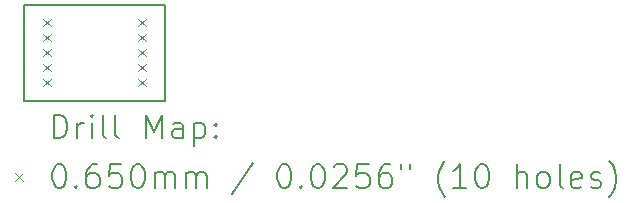
<source format=gbr>
%FSLAX45Y45*%
G04 Gerber Fmt 4.5, Leading zero omitted, Abs format (unit mm)*
G04 Created by KiCad (PCBNEW (6.0.4)) date 2023-08-09 13:59:38*
%MOMM*%
%LPD*%
G01*
G04 APERTURE LIST*
%TA.AperFunction,Profile*%
%ADD10C,0.200000*%
%TD*%
%ADD11C,0.200000*%
%ADD12C,0.065000*%
G04 APERTURE END LIST*
D10*
X9805000Y-9855000D02*
X11000000Y-9855000D01*
X11000000Y-9855000D02*
X11000000Y-10660000D01*
X11000000Y-10660000D02*
X9805000Y-10660000D01*
X9805000Y-10660000D02*
X9805000Y-9855000D01*
D11*
D12*
X9967500Y-9967500D02*
X10032500Y-10032500D01*
X10032500Y-9967500D02*
X9967500Y-10032500D01*
X9967500Y-10094500D02*
X10032500Y-10159500D01*
X10032500Y-10094500D02*
X9967500Y-10159500D01*
X9967500Y-10221500D02*
X10032500Y-10286500D01*
X10032500Y-10221500D02*
X9967500Y-10286500D01*
X9967500Y-10348500D02*
X10032500Y-10413500D01*
X10032500Y-10348500D02*
X9967500Y-10413500D01*
X9967500Y-10475500D02*
X10032500Y-10540500D01*
X10032500Y-10475500D02*
X9967500Y-10540500D01*
X10767500Y-9967500D02*
X10832500Y-10032500D01*
X10832500Y-9967500D02*
X10767500Y-10032500D01*
X10767500Y-10094500D02*
X10832500Y-10159500D01*
X10832500Y-10094500D02*
X10767500Y-10159500D01*
X10767500Y-10221500D02*
X10832500Y-10286500D01*
X10832500Y-10221500D02*
X10767500Y-10286500D01*
X10767500Y-10348500D02*
X10832500Y-10413500D01*
X10832500Y-10348500D02*
X10767500Y-10413500D01*
X10767500Y-10475500D02*
X10832500Y-10540500D01*
X10832500Y-10475500D02*
X10767500Y-10540500D01*
D11*
X10052619Y-10980476D02*
X10052619Y-10780476D01*
X10100238Y-10780476D01*
X10128810Y-10790000D01*
X10147857Y-10809048D01*
X10157381Y-10828095D01*
X10166905Y-10866190D01*
X10166905Y-10894762D01*
X10157381Y-10932857D01*
X10147857Y-10951905D01*
X10128810Y-10970952D01*
X10100238Y-10980476D01*
X10052619Y-10980476D01*
X10252619Y-10980476D02*
X10252619Y-10847143D01*
X10252619Y-10885238D02*
X10262143Y-10866190D01*
X10271667Y-10856667D01*
X10290714Y-10847143D01*
X10309762Y-10847143D01*
X10376429Y-10980476D02*
X10376429Y-10847143D01*
X10376429Y-10780476D02*
X10366905Y-10790000D01*
X10376429Y-10799524D01*
X10385952Y-10790000D01*
X10376429Y-10780476D01*
X10376429Y-10799524D01*
X10500238Y-10980476D02*
X10481190Y-10970952D01*
X10471667Y-10951905D01*
X10471667Y-10780476D01*
X10605000Y-10980476D02*
X10585952Y-10970952D01*
X10576429Y-10951905D01*
X10576429Y-10780476D01*
X10833571Y-10980476D02*
X10833571Y-10780476D01*
X10900238Y-10923333D01*
X10966905Y-10780476D01*
X10966905Y-10980476D01*
X11147857Y-10980476D02*
X11147857Y-10875714D01*
X11138333Y-10856667D01*
X11119286Y-10847143D01*
X11081190Y-10847143D01*
X11062143Y-10856667D01*
X11147857Y-10970952D02*
X11128810Y-10980476D01*
X11081190Y-10980476D01*
X11062143Y-10970952D01*
X11052619Y-10951905D01*
X11052619Y-10932857D01*
X11062143Y-10913810D01*
X11081190Y-10904286D01*
X11128810Y-10904286D01*
X11147857Y-10894762D01*
X11243095Y-10847143D02*
X11243095Y-11047143D01*
X11243095Y-10856667D02*
X11262143Y-10847143D01*
X11300238Y-10847143D01*
X11319286Y-10856667D01*
X11328809Y-10866190D01*
X11338333Y-10885238D01*
X11338333Y-10942381D01*
X11328809Y-10961429D01*
X11319286Y-10970952D01*
X11300238Y-10980476D01*
X11262143Y-10980476D01*
X11243095Y-10970952D01*
X11424048Y-10961429D02*
X11433571Y-10970952D01*
X11424048Y-10980476D01*
X11414524Y-10970952D01*
X11424048Y-10961429D01*
X11424048Y-10980476D01*
X11424048Y-10856667D02*
X11433571Y-10866190D01*
X11424048Y-10875714D01*
X11414524Y-10866190D01*
X11424048Y-10856667D01*
X11424048Y-10875714D01*
D12*
X9730000Y-11277500D02*
X9795000Y-11342500D01*
X9795000Y-11277500D02*
X9730000Y-11342500D01*
D11*
X10090714Y-11200476D02*
X10109762Y-11200476D01*
X10128810Y-11210000D01*
X10138333Y-11219524D01*
X10147857Y-11238571D01*
X10157381Y-11276667D01*
X10157381Y-11324286D01*
X10147857Y-11362381D01*
X10138333Y-11381428D01*
X10128810Y-11390952D01*
X10109762Y-11400476D01*
X10090714Y-11400476D01*
X10071667Y-11390952D01*
X10062143Y-11381428D01*
X10052619Y-11362381D01*
X10043095Y-11324286D01*
X10043095Y-11276667D01*
X10052619Y-11238571D01*
X10062143Y-11219524D01*
X10071667Y-11210000D01*
X10090714Y-11200476D01*
X10243095Y-11381428D02*
X10252619Y-11390952D01*
X10243095Y-11400476D01*
X10233571Y-11390952D01*
X10243095Y-11381428D01*
X10243095Y-11400476D01*
X10424048Y-11200476D02*
X10385952Y-11200476D01*
X10366905Y-11210000D01*
X10357381Y-11219524D01*
X10338333Y-11248095D01*
X10328810Y-11286190D01*
X10328810Y-11362381D01*
X10338333Y-11381428D01*
X10347857Y-11390952D01*
X10366905Y-11400476D01*
X10405000Y-11400476D01*
X10424048Y-11390952D01*
X10433571Y-11381428D01*
X10443095Y-11362381D01*
X10443095Y-11314762D01*
X10433571Y-11295714D01*
X10424048Y-11286190D01*
X10405000Y-11276667D01*
X10366905Y-11276667D01*
X10347857Y-11286190D01*
X10338333Y-11295714D01*
X10328810Y-11314762D01*
X10624048Y-11200476D02*
X10528810Y-11200476D01*
X10519286Y-11295714D01*
X10528810Y-11286190D01*
X10547857Y-11276667D01*
X10595476Y-11276667D01*
X10614524Y-11286190D01*
X10624048Y-11295714D01*
X10633571Y-11314762D01*
X10633571Y-11362381D01*
X10624048Y-11381428D01*
X10614524Y-11390952D01*
X10595476Y-11400476D01*
X10547857Y-11400476D01*
X10528810Y-11390952D01*
X10519286Y-11381428D01*
X10757381Y-11200476D02*
X10776429Y-11200476D01*
X10795476Y-11210000D01*
X10805000Y-11219524D01*
X10814524Y-11238571D01*
X10824048Y-11276667D01*
X10824048Y-11324286D01*
X10814524Y-11362381D01*
X10805000Y-11381428D01*
X10795476Y-11390952D01*
X10776429Y-11400476D01*
X10757381Y-11400476D01*
X10738333Y-11390952D01*
X10728810Y-11381428D01*
X10719286Y-11362381D01*
X10709762Y-11324286D01*
X10709762Y-11276667D01*
X10719286Y-11238571D01*
X10728810Y-11219524D01*
X10738333Y-11210000D01*
X10757381Y-11200476D01*
X10909762Y-11400476D02*
X10909762Y-11267143D01*
X10909762Y-11286190D02*
X10919286Y-11276667D01*
X10938333Y-11267143D01*
X10966905Y-11267143D01*
X10985952Y-11276667D01*
X10995476Y-11295714D01*
X10995476Y-11400476D01*
X10995476Y-11295714D02*
X11005000Y-11276667D01*
X11024048Y-11267143D01*
X11052619Y-11267143D01*
X11071667Y-11276667D01*
X11081190Y-11295714D01*
X11081190Y-11400476D01*
X11176429Y-11400476D02*
X11176429Y-11267143D01*
X11176429Y-11286190D02*
X11185952Y-11276667D01*
X11205000Y-11267143D01*
X11233571Y-11267143D01*
X11252619Y-11276667D01*
X11262143Y-11295714D01*
X11262143Y-11400476D01*
X11262143Y-11295714D02*
X11271667Y-11276667D01*
X11290714Y-11267143D01*
X11319286Y-11267143D01*
X11338333Y-11276667D01*
X11347857Y-11295714D01*
X11347857Y-11400476D01*
X11738333Y-11190952D02*
X11566905Y-11448095D01*
X11995476Y-11200476D02*
X12014524Y-11200476D01*
X12033571Y-11210000D01*
X12043095Y-11219524D01*
X12052619Y-11238571D01*
X12062143Y-11276667D01*
X12062143Y-11324286D01*
X12052619Y-11362381D01*
X12043095Y-11381428D01*
X12033571Y-11390952D01*
X12014524Y-11400476D01*
X11995476Y-11400476D01*
X11976428Y-11390952D01*
X11966905Y-11381428D01*
X11957381Y-11362381D01*
X11947857Y-11324286D01*
X11947857Y-11276667D01*
X11957381Y-11238571D01*
X11966905Y-11219524D01*
X11976428Y-11210000D01*
X11995476Y-11200476D01*
X12147857Y-11381428D02*
X12157381Y-11390952D01*
X12147857Y-11400476D01*
X12138333Y-11390952D01*
X12147857Y-11381428D01*
X12147857Y-11400476D01*
X12281190Y-11200476D02*
X12300238Y-11200476D01*
X12319286Y-11210000D01*
X12328809Y-11219524D01*
X12338333Y-11238571D01*
X12347857Y-11276667D01*
X12347857Y-11324286D01*
X12338333Y-11362381D01*
X12328809Y-11381428D01*
X12319286Y-11390952D01*
X12300238Y-11400476D01*
X12281190Y-11400476D01*
X12262143Y-11390952D01*
X12252619Y-11381428D01*
X12243095Y-11362381D01*
X12233571Y-11324286D01*
X12233571Y-11276667D01*
X12243095Y-11238571D01*
X12252619Y-11219524D01*
X12262143Y-11210000D01*
X12281190Y-11200476D01*
X12424048Y-11219524D02*
X12433571Y-11210000D01*
X12452619Y-11200476D01*
X12500238Y-11200476D01*
X12519286Y-11210000D01*
X12528809Y-11219524D01*
X12538333Y-11238571D01*
X12538333Y-11257619D01*
X12528809Y-11286190D01*
X12414524Y-11400476D01*
X12538333Y-11400476D01*
X12719286Y-11200476D02*
X12624048Y-11200476D01*
X12614524Y-11295714D01*
X12624048Y-11286190D01*
X12643095Y-11276667D01*
X12690714Y-11276667D01*
X12709762Y-11286190D01*
X12719286Y-11295714D01*
X12728809Y-11314762D01*
X12728809Y-11362381D01*
X12719286Y-11381428D01*
X12709762Y-11390952D01*
X12690714Y-11400476D01*
X12643095Y-11400476D01*
X12624048Y-11390952D01*
X12614524Y-11381428D01*
X12900238Y-11200476D02*
X12862143Y-11200476D01*
X12843095Y-11210000D01*
X12833571Y-11219524D01*
X12814524Y-11248095D01*
X12805000Y-11286190D01*
X12805000Y-11362381D01*
X12814524Y-11381428D01*
X12824048Y-11390952D01*
X12843095Y-11400476D01*
X12881190Y-11400476D01*
X12900238Y-11390952D01*
X12909762Y-11381428D01*
X12919286Y-11362381D01*
X12919286Y-11314762D01*
X12909762Y-11295714D01*
X12900238Y-11286190D01*
X12881190Y-11276667D01*
X12843095Y-11276667D01*
X12824048Y-11286190D01*
X12814524Y-11295714D01*
X12805000Y-11314762D01*
X12995476Y-11200476D02*
X12995476Y-11238571D01*
X13071667Y-11200476D02*
X13071667Y-11238571D01*
X13366905Y-11476667D02*
X13357381Y-11467143D01*
X13338333Y-11438571D01*
X13328809Y-11419524D01*
X13319286Y-11390952D01*
X13309762Y-11343333D01*
X13309762Y-11305238D01*
X13319286Y-11257619D01*
X13328809Y-11229048D01*
X13338333Y-11210000D01*
X13357381Y-11181429D01*
X13366905Y-11171905D01*
X13547857Y-11400476D02*
X13433571Y-11400476D01*
X13490714Y-11400476D02*
X13490714Y-11200476D01*
X13471667Y-11229048D01*
X13452619Y-11248095D01*
X13433571Y-11257619D01*
X13671667Y-11200476D02*
X13690714Y-11200476D01*
X13709762Y-11210000D01*
X13719286Y-11219524D01*
X13728809Y-11238571D01*
X13738333Y-11276667D01*
X13738333Y-11324286D01*
X13728809Y-11362381D01*
X13719286Y-11381428D01*
X13709762Y-11390952D01*
X13690714Y-11400476D01*
X13671667Y-11400476D01*
X13652619Y-11390952D01*
X13643095Y-11381428D01*
X13633571Y-11362381D01*
X13624048Y-11324286D01*
X13624048Y-11276667D01*
X13633571Y-11238571D01*
X13643095Y-11219524D01*
X13652619Y-11210000D01*
X13671667Y-11200476D01*
X13976428Y-11400476D02*
X13976428Y-11200476D01*
X14062143Y-11400476D02*
X14062143Y-11295714D01*
X14052619Y-11276667D01*
X14033571Y-11267143D01*
X14005000Y-11267143D01*
X13985952Y-11276667D01*
X13976428Y-11286190D01*
X14185952Y-11400476D02*
X14166905Y-11390952D01*
X14157381Y-11381428D01*
X14147857Y-11362381D01*
X14147857Y-11305238D01*
X14157381Y-11286190D01*
X14166905Y-11276667D01*
X14185952Y-11267143D01*
X14214524Y-11267143D01*
X14233571Y-11276667D01*
X14243095Y-11286190D01*
X14252619Y-11305238D01*
X14252619Y-11362381D01*
X14243095Y-11381428D01*
X14233571Y-11390952D01*
X14214524Y-11400476D01*
X14185952Y-11400476D01*
X14366905Y-11400476D02*
X14347857Y-11390952D01*
X14338333Y-11371905D01*
X14338333Y-11200476D01*
X14519286Y-11390952D02*
X14500238Y-11400476D01*
X14462143Y-11400476D01*
X14443095Y-11390952D01*
X14433571Y-11371905D01*
X14433571Y-11295714D01*
X14443095Y-11276667D01*
X14462143Y-11267143D01*
X14500238Y-11267143D01*
X14519286Y-11276667D01*
X14528809Y-11295714D01*
X14528809Y-11314762D01*
X14433571Y-11333809D01*
X14605000Y-11390952D02*
X14624048Y-11400476D01*
X14662143Y-11400476D01*
X14681190Y-11390952D01*
X14690714Y-11371905D01*
X14690714Y-11362381D01*
X14681190Y-11343333D01*
X14662143Y-11333809D01*
X14633571Y-11333809D01*
X14614524Y-11324286D01*
X14605000Y-11305238D01*
X14605000Y-11295714D01*
X14614524Y-11276667D01*
X14633571Y-11267143D01*
X14662143Y-11267143D01*
X14681190Y-11276667D01*
X14757381Y-11476667D02*
X14766905Y-11467143D01*
X14785952Y-11438571D01*
X14795476Y-11419524D01*
X14805000Y-11390952D01*
X14814524Y-11343333D01*
X14814524Y-11305238D01*
X14805000Y-11257619D01*
X14795476Y-11229048D01*
X14785952Y-11210000D01*
X14766905Y-11181429D01*
X14757381Y-11171905D01*
M02*

</source>
